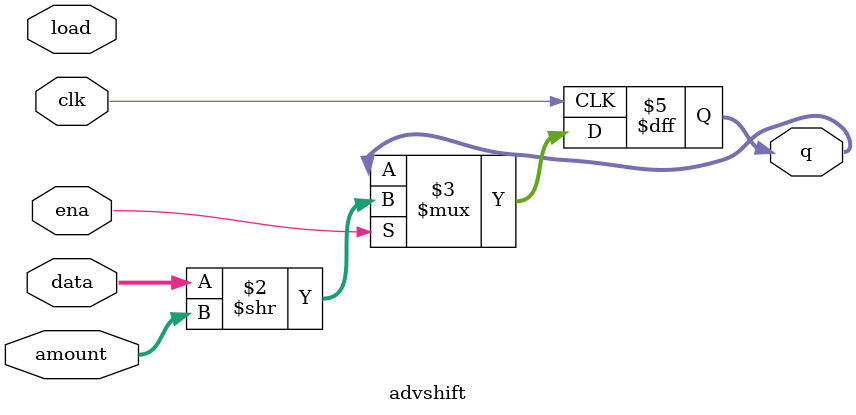
<source format=v>
module advshift(input clk,
input load,
input ena,
input [1:0] amount,
input [63:0] data,
output reg [63:0] q); 
// when load is high, assign data[63:0] to shift register q.
// if ena is high, shift q.
// amount: Chooses which direction and how much to shift.
// 2'b00: shift left by 1 bit.
// 2'b01: shift left by 8 bits.
// 2'b10: shift right by 1 bit.
// 2'b11: shift right by 8 bits.


// Shift register q is clocked by clk.
// When ena is high, shift q.
// amount: Chooses which direction and how much to shift.
// 2'b00: shift left by 1 bit.
// 2'b01: shift left by 8 bits.
// 2'b10: shift right by 1 bit.
// 2'b11: shift right by 8 bits.

always @(posedge clk)
    if (ena)
        q <= (data[63:0] >> amount);
endmodule

</source>
